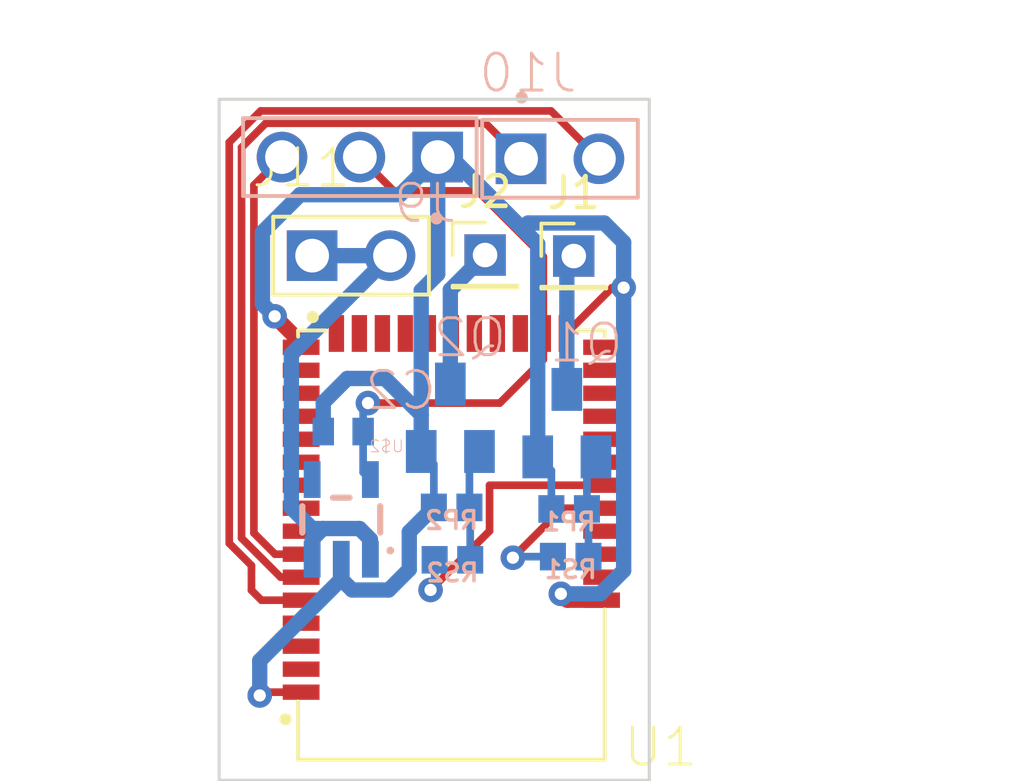
<source format=kicad_pcb>
(kicad_pcb (version 20171130) (host pcbnew 5.1.7-a382d34a8~88~ubuntu20.04.1)

  (general
    (thickness 1.6)
    (drawings 4)
    (tracks 118)
    (zones 0)
    (modules 14)
    (nets 43)
  )

  (page A4)
  (layers
    (0 Top signal)
    (31 Bottom signal)
    (32 B.Adhes user)
    (33 F.Adhes user)
    (34 B.Paste user)
    (35 F.Paste user)
    (36 B.SilkS user)
    (37 F.SilkS user)
    (38 B.Mask user)
    (39 F.Mask user)
    (40 Dwgs.User user)
    (41 Cmts.User user)
    (42 Eco1.User user)
    (43 Eco2.User user)
    (44 Edge.Cuts user)
    (45 Margin user)
    (46 B.CrtYd user)
    (47 F.CrtYd user)
    (48 B.Fab user)
    (49 F.Fab user)
  )

  (setup
    (last_trace_width 0.25)
    (user_trace_width 0.5)
    (trace_clearance 0.1524)
    (zone_clearance 0.508)
    (zone_45_only no)
    (trace_min 0.1524)
    (via_size 0.8)
    (via_drill 0.4)
    (via_min_size 0.4)
    (via_min_drill 0.254)
    (uvia_size 0.3)
    (uvia_drill 0.1)
    (uvias_allowed no)
    (uvia_min_size 0.2)
    (uvia_min_drill 0.1)
    (edge_width 0.05)
    (segment_width 0.2)
    (pcb_text_width 0.3)
    (pcb_text_size 1.5 1.5)
    (mod_edge_width 0.12)
    (mod_text_size 1 1)
    (mod_text_width 0.15)
    (pad_size 1.524 1.524)
    (pad_drill 0.762)
    (pad_to_mask_clearance 0.05)
    (aux_axis_origin 0 0)
    (visible_elements FFFFFF7F)
    (pcbplotparams
      (layerselection 0x010fc_ffffffff)
      (usegerberextensions false)
      (usegerberattributes true)
      (usegerberadvancedattributes true)
      (creategerberjobfile true)
      (excludeedgelayer true)
      (linewidth 0.100000)
      (plotframeref false)
      (viasonmask false)
      (mode 1)
      (useauxorigin false)
      (hpglpennumber 1)
      (hpglpenspeed 20)
      (hpglpendiameter 15.000000)
      (psnegative false)
      (psa4output false)
      (plotreference true)
      (plotvalue true)
      (plotinvisibletext false)
      (padsonsilk false)
      (subtractmaskfromsilk false)
      (outputformat 1)
      (mirror false)
      (drillshape 1)
      (scaleselection 1)
      (outputdirectory ""))
  )

  (net 0 "")
  (net 1 GND)
  (net 2 "Net-(Q1-Pad1)")
  (net 3 /SMA1_SIG)
  (net 4 /SMA1_PWR)
  (net 5 "Net-(Q2-Pad1)")
  (net 6 /SMA2_SIG)
  (net 7 /SMA2_PWR)
  (net 8 "Net-(C2-Pad1)")
  (net 9 "Net-(U$2-Pad4)")
  (net 10 +8V)
  (net 11 "Net-(J9-Pad2)")
  (net 12 "Net-(J9-Pad1)")
  (net 13 "Net-(J10-Pad3)")
  (net 14 "Net-(U1-Pad22)")
  (net 15 "Net-(U1-Pad21)")
  (net 16 "Net-(U1-Pad19)")
  (net 17 "Net-(U1-Pad20)")
  (net 18 "Net-(U1-Pad18)")
  (net 19 "Net-(U1-Pad17)")
  (net 20 "Net-(U1-Pad38)")
  (net 21 "Net-(U1-Pad33)")
  (net 22 "Net-(U1-Pad32)")
  (net 23 "Net-(U1-Pad30)")
  (net 24 "Net-(U1-Pad31)")
  (net 25 "Net-(U1-Pad29)")
  (net 26 "Net-(U1-Pad28)")
  (net 27 "Net-(U1-Pad37)")
  (net 28 "Net-(U1-Pad10)")
  (net 29 "Net-(U1-Pad9)")
  (net 30 "Net-(U1-Pad14)")
  (net 31 "Net-(U1-Pad15)")
  (net 32 "Net-(U1-Pad3)")
  (net 33 "Net-(U1-Pad4)")
  (net 34 "Net-(U1-Pad2)")
  (net 35 "Net-(U1-Pad23)")
  (net 36 "Net-(U1-Pad36)")
  (net 37 "Net-(U1-Pad11)")
  (net 38 "Net-(U1-Pad12)")
  (net 39 "Net-(U1-Pad13)")
  (net 40 "Net-(U1-Pad8)")
  (net 41 "Net-(U1-Pad24)")
  (net 42 "Net-(U1-Pad25)")

  (net_class Default "This is the default net class."
    (clearance 0.1524)
    (trace_width 0.25)
    (via_dia 0.8)
    (via_drill 0.4)
    (uvia_dia 0.3)
    (uvia_drill 0.1)
    (add_net +8V)
    (add_net /SMA1_PWR)
    (add_net /SMA1_SIG)
    (add_net /SMA2_PWR)
    (add_net /SMA2_SIG)
    (add_net GND)
    (add_net "Net-(C2-Pad1)")
    (add_net "Net-(J10-Pad3)")
    (add_net "Net-(J9-Pad1)")
    (add_net "Net-(J9-Pad2)")
    (add_net "Net-(Q1-Pad1)")
    (add_net "Net-(Q2-Pad1)")
    (add_net "Net-(U$2-Pad4)")
    (add_net "Net-(U1-Pad10)")
    (add_net "Net-(U1-Pad11)")
    (add_net "Net-(U1-Pad12)")
    (add_net "Net-(U1-Pad13)")
    (add_net "Net-(U1-Pad14)")
    (add_net "Net-(U1-Pad15)")
    (add_net "Net-(U1-Pad17)")
    (add_net "Net-(U1-Pad18)")
    (add_net "Net-(U1-Pad19)")
    (add_net "Net-(U1-Pad2)")
    (add_net "Net-(U1-Pad20)")
    (add_net "Net-(U1-Pad21)")
    (add_net "Net-(U1-Pad22)")
    (add_net "Net-(U1-Pad23)")
    (add_net "Net-(U1-Pad24)")
    (add_net "Net-(U1-Pad25)")
    (add_net "Net-(U1-Pad28)")
    (add_net "Net-(U1-Pad29)")
    (add_net "Net-(U1-Pad3)")
    (add_net "Net-(U1-Pad30)")
    (add_net "Net-(U1-Pad31)")
    (add_net "Net-(U1-Pad32)")
    (add_net "Net-(U1-Pad33)")
    (add_net "Net-(U1-Pad36)")
    (add_net "Net-(U1-Pad37)")
    (add_net "Net-(U1-Pad38)")
    (add_net "Net-(U1-Pad4)")
    (add_net "Net-(U1-Pad8)")
    (add_net "Net-(U1-Pad9)")
  )

  (module Connector_PinHeader_2.00mm:PinHeader_1x01_P2.00mm_Vertical (layer Top) (tedit 59FED667) (tstamp 6099EE9E)
    (at 150.36292 100.68814)
    (descr "Through hole straight pin header, 1x01, 2.00mm pitch, single row")
    (tags "Through hole pin header THT 1x01 2.00mm single row")
    (path /609A46AD)
    (fp_text reference J2 (at 0 -2.06) (layer F.SilkS)
      (effects (font (size 1 1) (thickness 0.15)))
    )
    (fp_text value Conn_01x01 (at 0 2.06) (layer F.Fab)
      (effects (font (size 1 1) (thickness 0.15)))
    )
    (fp_line (start 1.5 -1.5) (end -1.5 -1.5) (layer F.CrtYd) (width 0.05))
    (fp_line (start 1.5 1.5) (end 1.5 -1.5) (layer F.CrtYd) (width 0.05))
    (fp_line (start -1.5 1.5) (end 1.5 1.5) (layer F.CrtYd) (width 0.05))
    (fp_line (start -1.5 -1.5) (end -1.5 1.5) (layer F.CrtYd) (width 0.05))
    (fp_line (start -1.06 -1.06) (end 0 -1.06) (layer F.SilkS) (width 0.12))
    (fp_line (start -1.06 0) (end -1.06 -1.06) (layer F.SilkS) (width 0.12))
    (fp_line (start -1.06 1) (end 1.06 1) (layer F.SilkS) (width 0.12))
    (fp_line (start 1.06 1) (end 1.06 1.06) (layer F.SilkS) (width 0.12))
    (fp_line (start -1.06 1) (end -1.06 1.06) (layer F.SilkS) (width 0.12))
    (fp_line (start -1.06 1.06) (end 1.06 1.06) (layer F.SilkS) (width 0.12))
    (fp_line (start -1 -0.5) (end -0.5 -1) (layer F.Fab) (width 0.1))
    (fp_line (start -1 1) (end -1 -0.5) (layer F.Fab) (width 0.1))
    (fp_line (start 1 1) (end -1 1) (layer F.Fab) (width 0.1))
    (fp_line (start 1 -1) (end 1 1) (layer F.Fab) (width 0.1))
    (fp_line (start -0.5 -1) (end 1 -1) (layer F.Fab) (width 0.1))
    (fp_text user %R (at 0 0 90) (layer F.Fab)
      (effects (font (size 1 1) (thickness 0.15)))
    )
    (pad 1 thru_hole rect (at 0 0) (size 1.35 1.35) (drill 0.8) (layers *.Cu *.Mask)
      (net 7 /SMA2_PWR))
    (model ${KISYS3DMOD}/Connector_PinHeader_2.00mm.3dshapes/PinHeader_1x01_P2.00mm_Vertical.wrl
      (at (xyz 0 0 0))
      (scale (xyz 1 1 1))
      (rotate (xyz 0 0 0))
    )
  )

  (module Connector_PinHeader_2.00mm:PinHeader_1x01_P2.00mm_Vertical (layer Top) (tedit 59FED667) (tstamp 6099EE89)
    (at 153.25598 100.72116)
    (descr "Through hole straight pin header, 1x01, 2.00mm pitch, single row")
    (tags "Through hole pin header THT 1x01 2.00mm single row")
    (path /609A373A)
    (fp_text reference J1 (at 0 -2.06) (layer F.SilkS)
      (effects (font (size 1 1) (thickness 0.15)))
    )
    (fp_text value Conn_01x01 (at 0 2.06) (layer F.Fab)
      (effects (font (size 1 1) (thickness 0.15)))
    )
    (fp_line (start 1.5 -1.5) (end -1.5 -1.5) (layer F.CrtYd) (width 0.05))
    (fp_line (start 1.5 1.5) (end 1.5 -1.5) (layer F.CrtYd) (width 0.05))
    (fp_line (start -1.5 1.5) (end 1.5 1.5) (layer F.CrtYd) (width 0.05))
    (fp_line (start -1.5 -1.5) (end -1.5 1.5) (layer F.CrtYd) (width 0.05))
    (fp_line (start -1.06 -1.06) (end 0 -1.06) (layer F.SilkS) (width 0.12))
    (fp_line (start -1.06 0) (end -1.06 -1.06) (layer F.SilkS) (width 0.12))
    (fp_line (start -1.06 1) (end 1.06 1) (layer F.SilkS) (width 0.12))
    (fp_line (start 1.06 1) (end 1.06 1.06) (layer F.SilkS) (width 0.12))
    (fp_line (start -1.06 1) (end -1.06 1.06) (layer F.SilkS) (width 0.12))
    (fp_line (start -1.06 1.06) (end 1.06 1.06) (layer F.SilkS) (width 0.12))
    (fp_line (start -1 -0.5) (end -0.5 -1) (layer F.Fab) (width 0.1))
    (fp_line (start -1 1) (end -1 -0.5) (layer F.Fab) (width 0.1))
    (fp_line (start 1 1) (end -1 1) (layer F.Fab) (width 0.1))
    (fp_line (start 1 -1) (end 1 1) (layer F.Fab) (width 0.1))
    (fp_line (start -0.5 -1) (end 1 -1) (layer F.Fab) (width 0.1))
    (fp_text user %R (at 0 0 90) (layer F.Fab)
      (effects (font (size 1 1) (thickness 0.15)))
    )
    (pad 1 thru_hole rect (at 0 0) (size 1.35 1.35) (drill 0.8) (layers *.Cu *.Mask)
      (net 4 /SMA1_PWR))
    (model ${KISYS3DMOD}/Connector_PinHeader_2.00mm.3dshapes/PinHeader_1x01_P2.00mm_Vertical.wrl
      (at (xyz 0 0 0))
      (scale (xyz 1 1 1))
      (rotate (xyz 0 0 0))
    )
  )

  (module "swimming star nrf:61300311121" (layer Bottom) (tedit 0) (tstamp 5F775B2C)
    (at 146.2786 97.49282 180)
    (path /A8F50699)
    (fp_text reference J10 (at -3.809984 2.032003) (layer B.SilkS)
      (effects (font (size 1.2065 1.2065) (thickness 0.09652)) (justify right bottom mirror))
    )
    (fp_text value 61300311121 (at -3.809993 -3.555979) (layer B.Fab)
      (effects (font (size 1.2065 1.2065) (thickness 0.09652)) (justify right bottom mirror))
    )
    (fp_circle (center -2.5 -2) (end -2.4 -2) (layer B.SilkS) (width 0.2))
    (fp_line (start -4.06 -1.52) (end -4.06 1.52) (layer Dwgs.User) (width 0.05))
    (fp_line (start 4.06 -1.52) (end -4.06 -1.52) (layer Dwgs.User) (width 0.05))
    (fp_line (start 4.06 1.52) (end 4.06 -1.52) (layer Dwgs.User) (width 0.05))
    (fp_line (start -4.06 1.52) (end 4.06 1.52) (layer Dwgs.User) (width 0.05))
    (fp_line (start 3.81 1.27) (end -3.81 1.27) (layer B.SilkS) (width 0.127))
    (fp_line (start 3.81 -1.27) (end 3.81 1.27) (layer B.SilkS) (width 0.127))
    (fp_line (start -3.81 -1.27) (end 3.81 -1.27) (layer B.SilkS) (width 0.127))
    (fp_line (start -3.81 1.27) (end -3.81 -1.27) (layer B.SilkS) (width 0.127))
    (fp_line (start 3.81 1.27) (end -3.81 1.27) (layer B.Fab) (width 0.127))
    (fp_line (start 3.81 -1.27) (end 3.81 1.27) (layer B.Fab) (width 0.127))
    (fp_line (start -3.81 -1.27) (end 3.81 -1.27) (layer B.Fab) (width 0.127))
    (fp_line (start -3.81 1.27) (end -3.81 -1.27) (layer B.Fab) (width 0.127))
    (pad 3 thru_hole circle (at 2.54 0 180) (size 1.65 1.65) (drill 1.1) (layers *.Cu *.Mask)
      (net 13 "Net-(J10-Pad3)") (solder_mask_margin 0.1016))
    (pad 2 thru_hole circle (at 0 0 180) (size 1.65 1.65) (drill 1.1) (layers *.Cu *.Mask)
      (net 8 "Net-(C2-Pad1)") (solder_mask_margin 0.1016))
    (pad 1 thru_hole rect (at -2.54 0 180) (size 1.65 1.65) (drill 1.1) (layers *.Cu *.Mask)
      (net 1 GND) (solder_mask_margin 0.1016))
  )

  (module "swimming star nrf:61300211121" (layer Bottom) (tedit 0) (tstamp 5F775B3F)
    (at 152.8064 97.5487)
    (path /5EBF55DB)
    (fp_text reference J9 (at -3.301991 2.159003) (layer B.SilkS)
      (effects (font (size 1.2065 1.2065) (thickness 0.09652)) (justify left bottom mirror))
    )
    (fp_text value 61300211121 (at -3.301994 -3.682991) (layer B.Fab)
      (effects (font (size 1.2065 1.2065) (thickness 0.09652)) (justify left bottom mirror))
    )
    (fp_circle (center -1.25 -2) (end -1.15 -2) (layer B.SilkS) (width 0.2))
    (fp_line (start -2.79 -1.52) (end -2.79 1.52) (layer Dwgs.User) (width 0.05))
    (fp_line (start 2.79 -1.52) (end -2.79 -1.52) (layer Dwgs.User) (width 0.05))
    (fp_line (start 2.79 1.52) (end 2.79 -1.52) (layer Dwgs.User) (width 0.05))
    (fp_line (start -2.79 1.52) (end 2.79 1.52) (layer Dwgs.User) (width 0.05))
    (fp_line (start -2.54 -1.27) (end -2.54 1.27) (layer B.SilkS) (width 0.127))
    (fp_line (start 2.54 -1.27) (end -2.54 -1.27) (layer B.SilkS) (width 0.127))
    (fp_line (start 2.54 1.27) (end 2.54 -1.27) (layer B.SilkS) (width 0.127))
    (fp_line (start -2.54 1.27) (end 2.54 1.27) (layer B.SilkS) (width 0.127))
    (fp_line (start -2.54 -1.27) (end -2.54 1.27) (layer B.Fab) (width 0.127))
    (fp_line (start 2.54 -1.27) (end -2.54 -1.27) (layer B.Fab) (width 0.127))
    (fp_line (start 2.54 1.27) (end 2.54 -1.27) (layer B.Fab) (width 0.127))
    (fp_line (start -2.54 1.27) (end 2.54 1.27) (layer B.Fab) (width 0.127))
    (pad 2 thru_hole circle (at 1.27 0) (size 1.65 1.65) (drill 1.1) (layers *.Cu *.Mask)
      (net 11 "Net-(J9-Pad2)") (solder_mask_margin 0.1016))
    (pad 1 thru_hole rect (at -1.27 0) (size 1.65 1.65) (drill 1.1) (layers *.Cu *.Mask)
      (net 12 "Net-(J9-Pad1)") (solder_mask_margin 0.1016))
  )

  (module "swimming star nrf:SOT23" (layer Bottom) (tedit 0) (tstamp 5F775B51)
    (at 153.02988 106.17182 180)
    (descr <b>SOT-23</b>)
    (path /7A211019)
    (fp_text reference Q1 (at -1.905 1.905) (layer B.SilkS)
      (effects (font (size 1.2065 1.2065) (thickness 0.09652)) (justify left bottom mirror))
    )
    (fp_text value MOSFET-NREFLOW (at -1.905 -3.175) (layer B.Fab)
      (effects (font (size 1.2065 1.2065) (thickness 0.09652)) (justify left bottom mirror))
    )
    (fp_poly (pts (xy -1.1684 -1.2954) (xy -0.7112 -1.2954) (xy -0.7112 -0.7112) (xy -1.1684 -0.7112)) (layer B.Fab) (width 0))
    (fp_poly (pts (xy 0.7112 -1.2954) (xy 1.1684 -1.2954) (xy 1.1684 -0.7112) (xy 0.7112 -0.7112)) (layer B.Fab) (width 0))
    (fp_poly (pts (xy -0.2286 0.7112) (xy 0.2286 0.7112) (xy 0.2286 1.2954) (xy -0.2286 1.2954)) (layer B.Fab) (width 0))
    (fp_line (start -1.4224 0.6604) (end 1.4224 0.6604) (layer B.Fab) (width 0.1524))
    (fp_line (start -1.4224 -0.6604) (end -1.4224 0.6604) (layer B.Fab) (width 0.1524))
    (fp_line (start 1.4224 -0.6604) (end -1.4224 -0.6604) (layer B.Fab) (width 0.1524))
    (fp_line (start 1.4224 0.6604) (end 1.4224 -0.6604) (layer B.Fab) (width 0.1524))
    (pad 1 smd rect (at -0.95 -1.1 180) (size 1 1.4) (layers Bottom B.Paste B.Mask)
      (net 2 "Net-(Q1-Pad1)") (solder_mask_margin 0.1016))
    (pad 2 smd rect (at 0.95 -1.1 180) (size 1 1.4) (layers Bottom B.Paste B.Mask)
      (net 1 GND) (solder_mask_margin 0.1016))
    (pad 3 smd rect (at 0 1.1 180) (size 1 1.4) (layers Bottom B.Paste B.Mask)
      (net 4 /SMA1_PWR) (solder_mask_margin 0.1016))
  )

  (module "swimming star nrf:SOT23" (layer Bottom) (tedit 0) (tstamp 5F775B5E)
    (at 149.23004 105.99656 180)
    (descr <b>SOT-23</b>)
    (path /DA191B3C)
    (fp_text reference Q2 (at -1.905006 1.905) (layer B.SilkS)
      (effects (font (size 1.2065 1.2065) (thickness 0.09652)) (justify left bottom mirror))
    )
    (fp_text value MOSFET-NREFLOW (at -1.905012 -3.175003) (layer B.Fab)
      (effects (font (size 1.2065 1.2065) (thickness 0.09652)) (justify left bottom mirror))
    )
    (fp_poly (pts (xy -1.1684 -1.2954) (xy -0.7112 -1.2954) (xy -0.7112 -0.7112) (xy -1.1684 -0.7112)) (layer B.Fab) (width 0))
    (fp_poly (pts (xy 0.7112 -1.2954) (xy 1.1684 -1.2954) (xy 1.1684 -0.7112) (xy 0.7112 -0.7112)) (layer B.Fab) (width 0))
    (fp_poly (pts (xy -0.2286 0.7112) (xy 0.2286 0.7112) (xy 0.2286 1.2954) (xy -0.2286 1.2954)) (layer B.Fab) (width 0))
    (fp_line (start -1.4224 0.6604) (end 1.4224 0.6604) (layer B.Fab) (width 0.1524))
    (fp_line (start -1.4224 -0.6604) (end -1.4224 0.6604) (layer B.Fab) (width 0.1524))
    (fp_line (start 1.4224 -0.6604) (end -1.4224 -0.6604) (layer B.Fab) (width 0.1524))
    (fp_line (start 1.4224 0.6604) (end 1.4224 -0.6604) (layer B.Fab) (width 0.1524))
    (pad 1 smd rect (at -0.95 -1.1 180) (size 1 1.4) (layers Bottom B.Paste B.Mask)
      (net 5 "Net-(Q2-Pad1)") (solder_mask_margin 0.1016))
    (pad 2 smd rect (at 0.95 -1.1 180) (size 1 1.4) (layers Bottom B.Paste B.Mask)
      (net 1 GND) (solder_mask_margin 0.1016))
    (pad 3 smd rect (at 0 1.1 180) (size 1 1.4) (layers Bottom B.Paste B.Mask)
      (net 7 /SMA2_PWR) (solder_mask_margin 0.1016))
  )

  (module "swimming star nrf:0402" (layer Bottom) (tedit 0) (tstamp 5F775B9F)
    (at 153.15604 110.52556)
    (descr "<p><b>Generic 1005 (0402) package</b></p>\n<p>0.2mm courtyard excess rounded to nearest 0.05mm.</p>")
    (path /8F7980A7)
    (fp_text reference RS1 (at 0 0.761988) (layer B.SilkS)
      (effects (font (size 0.57912 0.57912) (thickness 0.115824)) (justify bottom mirror))
    )
    (fp_text value " " (at 0 -0.761984) (layer B.Fab)
      (effects (font (size 0.57912 0.57912) (thickness 0.115824)) (justify top mirror))
    )
    (fp_poly (pts (xy -0.1999 -0.3) (xy 0.1999 -0.3) (xy 0.1999 0.3) (xy -0.1999 0.3)) (layer B.Adhes) (width 0))
    (fp_poly (pts (xy 0.2588 -0.3048) (xy 0.5588 -0.3048) (xy 0.5588 0.3048) (xy 0.2588 0.3048)) (layer B.Fab) (width 0))
    (fp_poly (pts (xy -0.554 -0.3048) (xy -0.254 -0.3048) (xy -0.254 0.3048) (xy -0.554 0.3048)) (layer B.Fab) (width 0))
    (fp_line (start -1.2 -0.65) (end -1.2 0.65) (layer Dwgs.User) (width 0.0508))
    (fp_line (start 1.2 -0.65) (end -1.2 -0.65) (layer Dwgs.User) (width 0.0508))
    (fp_line (start 1.2 0.65) (end 1.2 -0.65) (layer Dwgs.User) (width 0.0508))
    (fp_line (start -1.2 0.65) (end 1.2 0.65) (layer Dwgs.User) (width 0.0508))
    (fp_line (start 0.2704 -0.2286) (end -0.2704 -0.2286) (layer B.Fab) (width 0.1524))
    (fp_line (start -0.2704 0.2286) (end 0.2704 0.2286) (layer B.Fab) (width 0.1524))
    (pad 2 smd rect (at 0.58 0) (size 0.85 0.9) (layers Bottom B.Paste B.Mask)
      (net 2 "Net-(Q1-Pad1)") (solder_mask_margin 0.1016))
    (pad 1 smd rect (at -0.58 0) (size 0.85 0.9) (layers Bottom B.Paste B.Mask)
      (net 3 /SMA1_SIG) (solder_mask_margin 0.1016))
  )

  (module "swimming star nrf:0402" (layer Bottom) (tedit 0) (tstamp 5F775BD7)
    (at 153.10524 108.97108)
    (descr "<p><b>Generic 1005 (0402) package</b></p>\n<p>0.2mm courtyard excess rounded to nearest 0.05mm.</p>")
    (path /1610ECB8)
    (fp_text reference RP1 (at 0 0.762) (layer B.SilkS)
      (effects (font (size 0.57912 0.57912) (thickness 0.115824)) (justify bottom mirror))
    )
    (fp_text value " " (at 0 -0.761993) (layer B.Fab)
      (effects (font (size 0.57912 0.57912) (thickness 0.115824)) (justify top mirror))
    )
    (fp_poly (pts (xy -0.1999 -0.3) (xy 0.1999 -0.3) (xy 0.1999 0.3) (xy -0.1999 0.3)) (layer B.Adhes) (width 0))
    (fp_poly (pts (xy 0.2588 -0.3048) (xy 0.5588 -0.3048) (xy 0.5588 0.3048) (xy 0.2588 0.3048)) (layer B.Fab) (width 0))
    (fp_poly (pts (xy -0.554 -0.3048) (xy -0.254 -0.3048) (xy -0.254 0.3048) (xy -0.554 0.3048)) (layer B.Fab) (width 0))
    (fp_line (start -1.2 -0.65) (end -1.2 0.65) (layer Dwgs.User) (width 0.0508))
    (fp_line (start 1.2 -0.65) (end -1.2 -0.65) (layer Dwgs.User) (width 0.0508))
    (fp_line (start 1.2 0.65) (end 1.2 -0.65) (layer Dwgs.User) (width 0.0508))
    (fp_line (start -1.2 0.65) (end 1.2 0.65) (layer Dwgs.User) (width 0.0508))
    (fp_line (start 0.2704 -0.2286) (end -0.2704 -0.2286) (layer B.Fab) (width 0.1524))
    (fp_line (start -0.2704 0.2286) (end 0.2704 0.2286) (layer B.Fab) (width 0.1524))
    (pad 2 smd rect (at 0.58 0) (size 0.85 0.9) (layers Bottom B.Paste B.Mask)
      (net 2 "Net-(Q1-Pad1)") (solder_mask_margin 0.1016))
    (pad 1 smd rect (at -0.58 0) (size 0.85 0.9) (layers Bottom B.Paste B.Mask)
      (net 1 GND) (solder_mask_margin 0.1016))
  )

  (module "swimming star nrf:0402" (layer Bottom) (tedit 0) (tstamp 5F775BE5)
    (at 149.29778 110.6297)
    (descr "<p><b>Generic 1005 (0402) package</b></p>\n<p>0.2mm courtyard excess rounded to nearest 0.05mm.</p>")
    (path /FEF5D711)
    (fp_text reference RS2 (at 0 0.762003) (layer B.SilkS)
      (effects (font (size 0.57912 0.57912) (thickness 0.115824)) (justify bottom mirror))
    )
    (fp_text value " " (at 0 -0.761991) (layer B.Fab)
      (effects (font (size 0.57912 0.57912) (thickness 0.115824)) (justify top mirror))
    )
    (fp_poly (pts (xy -0.1999 -0.3) (xy 0.1999 -0.3) (xy 0.1999 0.3) (xy -0.1999 0.3)) (layer B.Adhes) (width 0))
    (fp_poly (pts (xy 0.2588 -0.3048) (xy 0.5588 -0.3048) (xy 0.5588 0.3048) (xy 0.2588 0.3048)) (layer B.Fab) (width 0))
    (fp_poly (pts (xy -0.554 -0.3048) (xy -0.254 -0.3048) (xy -0.254 0.3048) (xy -0.554 0.3048)) (layer B.Fab) (width 0))
    (fp_line (start -1.2 -0.65) (end -1.2 0.65) (layer Dwgs.User) (width 0.0508))
    (fp_line (start 1.2 -0.65) (end -1.2 -0.65) (layer Dwgs.User) (width 0.0508))
    (fp_line (start 1.2 0.65) (end 1.2 -0.65) (layer Dwgs.User) (width 0.0508))
    (fp_line (start -1.2 0.65) (end 1.2 0.65) (layer Dwgs.User) (width 0.0508))
    (fp_line (start 0.2704 -0.2286) (end -0.2704 -0.2286) (layer B.Fab) (width 0.1524))
    (fp_line (start -0.2704 0.2286) (end 0.2704 0.2286) (layer B.Fab) (width 0.1524))
    (pad 2 smd rect (at 0.58 0) (size 0.85 0.9) (layers Bottom B.Paste B.Mask)
      (net 5 "Net-(Q2-Pad1)") (solder_mask_margin 0.1016))
    (pad 1 smd rect (at -0.58 0) (size 0.85 0.9) (layers Bottom B.Paste B.Mask)
      (net 6 /SMA2_SIG) (solder_mask_margin 0.1016))
  )

  (module "swimming star nrf:0402" (layer Bottom) (tedit 0) (tstamp 5F775BF3)
    (at 149.27238 108.92028)
    (descr "<p><b>Generic 1005 (0402) package</b></p>\n<p>0.2mm courtyard excess rounded to nearest 0.05mm.</p>")
    (path /18EBDE11)
    (fp_text reference RP2 (at 0 0.762003) (layer B.SilkS)
      (effects (font (size 0.57912 0.57912) (thickness 0.115824)) (justify bottom mirror))
    )
    (fp_text value " " (at 0 -0.76199) (layer B.Fab)
      (effects (font (size 0.57912 0.57912) (thickness 0.115824)) (justify top mirror))
    )
    (fp_poly (pts (xy -0.1999 -0.3) (xy 0.1999 -0.3) (xy 0.1999 0.3) (xy -0.1999 0.3)) (layer B.Adhes) (width 0))
    (fp_poly (pts (xy 0.2588 -0.3048) (xy 0.5588 -0.3048) (xy 0.5588 0.3048) (xy 0.2588 0.3048)) (layer B.Fab) (width 0))
    (fp_poly (pts (xy -0.554 -0.3048) (xy -0.254 -0.3048) (xy -0.254 0.3048) (xy -0.554 0.3048)) (layer B.Fab) (width 0))
    (fp_line (start -1.2 -0.65) (end -1.2 0.65) (layer Dwgs.User) (width 0.0508))
    (fp_line (start 1.2 -0.65) (end -1.2 -0.65) (layer Dwgs.User) (width 0.0508))
    (fp_line (start 1.2 0.65) (end 1.2 -0.65) (layer Dwgs.User) (width 0.0508))
    (fp_line (start -1.2 0.65) (end 1.2 0.65) (layer Dwgs.User) (width 0.0508))
    (fp_line (start 0.2704 -0.2286) (end -0.2704 -0.2286) (layer B.Fab) (width 0.1524))
    (fp_line (start -0.2704 0.2286) (end 0.2704 0.2286) (layer B.Fab) (width 0.1524))
    (pad 2 smd rect (at 0.58 0) (size 0.85 0.9) (layers Bottom B.Paste B.Mask)
      (net 5 "Net-(Q2-Pad1)") (solder_mask_margin 0.1016))
    (pad 1 smd rect (at -0.58 0) (size 0.85 0.9) (layers Bottom B.Paste B.Mask)
      (net 1 GND) (solder_mask_margin 0.1016))
  )

  (module "swimming star nrf:SOT23-5" (layer Bottom) (tedit 0) (tstamp 5F775C47)
    (at 145.6715 109.31182 180)
    (descr "<b>Small Outline Transistor</b>")
    (path /F2F26A6E)
    (fp_text reference U$2 (at -0.889 2.159) (layer B.SilkS)
      (effects (font (size 0.38608 0.38608) (thickness 0.030886)) (justify right bottom mirror))
    )
    (fp_text value SPX3819M5_3_3 (at -0.9525 -0.1905) (layer B.Fab)
      (effects (font (size 0.38608 0.38608) (thickness 0.030886)) (justify right bottom mirror))
    )
    (fp_circle (center -1.6002 -1.016) (end -1.5367 -1.016) (layer B.SilkS) (width 0.127))
    (fp_poly (pts (xy -1.2 0.85) (xy -0.7 0.85) (xy -0.7 1.5) (xy -1.2 1.5)) (layer B.Fab) (width 0))
    (fp_poly (pts (xy 0.7 0.85) (xy 1.2 0.85) (xy 1.2 1.5) (xy 0.7 1.5)) (layer B.Fab) (width 0))
    (fp_poly (pts (xy 0.7 -1.5) (xy 1.2 -1.5) (xy 1.2 -0.85) (xy 0.7 -0.85)) (layer B.Fab) (width 0))
    (fp_poly (pts (xy -0.25 -1.5) (xy 0.25 -1.5) (xy 0.25 -0.85) (xy -0.25 -0.85)) (layer B.Fab) (width 0))
    (fp_poly (pts (xy -1.2 -1.5) (xy -0.7 -1.5) (xy -0.7 -0.85) (xy -1.2 -0.85)) (layer B.Fab) (width 0))
    (fp_line (start -1.4 0.8) (end -1.4 -0.8) (layer B.Fab) (width 0.1524))
    (fp_line (start 1.4 0.8) (end 1.4 -0.8) (layer B.Fab) (width 0.1524))
    (fp_line (start -0.2684 0.7088) (end 0.2684 0.7088) (layer B.SilkS) (width 0.2032))
    (fp_line (start -1.4 0.8) (end 1.4 0.8) (layer B.Fab) (width 0.1524))
    (fp_line (start -1.27 -0.4294) (end -1.27 0.4294) (layer B.SilkS) (width 0.2032))
    (fp_line (start 1.4 -0.8) (end -1.4 -0.8) (layer B.Fab) (width 0.1524))
    (fp_line (start 1.27 0.4294) (end 1.27 -0.4294) (layer B.SilkS) (width 0.2032))
    (pad 5 smd rect (at -0.95 1.3001 180) (size 0.55 1.2) (layers Bottom B.Paste B.Mask)
      (net 8 "Net-(C2-Pad1)") (solder_mask_margin 0.1016))
    (pad 4 smd rect (at 0.95 1.3001 180) (size 0.55 1.2) (layers Bottom B.Paste B.Mask)
      (net 9 "Net-(U$2-Pad4)") (solder_mask_margin 0.1016))
    (pad 3 smd rect (at 0.95 -1.3001 180) (size 0.55 1.2) (layers Bottom B.Paste B.Mask)
      (net 10 +8V) (solder_mask_margin 0.1016))
    (pad 2 smd rect (at 0 -1.3001 180) (size 0.55 1.2) (layers Bottom B.Paste B.Mask)
      (net 1 GND) (solder_mask_margin 0.1016))
    (pad 1 smd rect (at -0.95 -1.3001 180) (size 0.55 1.2) (layers Bottom B.Paste B.Mask)
      (net 10 +8V) (solder_mask_margin 0.1016))
  )

  (module "swimming star nrf:C0402" (layer Bottom) (tedit 0) (tstamp 5F775C5C)
    (at 145.73528 106.44632 180)
    (descr <b>CAPACITOR</b>)
    (path /733CA19D)
    (fp_text reference C2 (at -0.635 0.635) (layer B.SilkS)
      (effects (font (size 1.2065 1.2065) (thickness 0.09652)) (justify right bottom mirror))
    )
    (fp_text value C-USC0402 (at -0.635 -1.905) (layer B.Fab)
      (effects (font (size 1.2065 1.2065) (thickness 0.09652)) (justify right bottom mirror))
    )
    (fp_poly (pts (xy -0.1999 -0.3) (xy 0.1999 -0.3) (xy 0.1999 0.3) (xy -0.1999 0.3)) (layer B.Adhes) (width 0))
    (fp_poly (pts (xy 0.2588 -0.3048) (xy 0.5588 -0.3048) (xy 0.5588 0.2951) (xy 0.2588 0.2951)) (layer B.Fab) (width 0))
    (fp_poly (pts (xy -0.554 -0.3048) (xy -0.254 -0.3048) (xy -0.254 0.2951) (xy -0.554 0.2951)) (layer B.Fab) (width 0))
    (fp_line (start -1.473 -0.483) (end -1.473 0.483) (layer Dwgs.User) (width 0.0508))
    (fp_line (start 1.473 -0.483) (end -1.473 -0.483) (layer Dwgs.User) (width 0.0508))
    (fp_line (start 1.473 0.483) (end 1.473 -0.483) (layer Dwgs.User) (width 0.0508))
    (fp_line (start -1.473 0.483) (end 1.473 0.483) (layer Dwgs.User) (width 0.0508))
    (fp_line (start 0.245 -0.224) (end -0.245 -0.224) (layer B.Fab) (width 0.1524))
    (fp_line (start -0.245 0.224) (end 0.245 0.224) (layer B.Fab) (width 0.1524))
    (pad 2 smd rect (at 0.65 0 180) (size 0.7 0.9) (layers Bottom B.Paste B.Mask)
      (net 1 GND) (solder_mask_margin 0.1016))
    (pad 1 smd rect (at -0.65 0 180) (size 0.7 0.9) (layers Bottom B.Paste B.Mask)
      (net 8 "Net-(C2-Pad1)") (solder_mask_margin 0.1016))
  )

  (module "swimming star nrf:61300211121" (layer Top) (tedit 0) (tstamp 5F775CBC)
    (at 145.99158 100.70846)
    (path /7CAC28DC)
    (fp_text reference J11 (at -3.302 -2.159) (layer F.SilkS)
      (effects (font (size 1.2065 1.2065) (thickness 0.09652)) (justify left bottom))
    )
    (fp_text value 61300211121 (at -3.302 3.683) (layer F.Fab)
      (effects (font (size 1.2065 1.2065) (thickness 0.09652)) (justify left bottom))
    )
    (fp_circle (center -1.25 2) (end -1.15 2) (layer F.SilkS) (width 0.2))
    (fp_line (start -2.79 1.52) (end -2.79 -1.52) (layer Dwgs.User) (width 0.05))
    (fp_line (start 2.79 1.52) (end -2.79 1.52) (layer Dwgs.User) (width 0.05))
    (fp_line (start 2.79 -1.52) (end 2.79 1.52) (layer Dwgs.User) (width 0.05))
    (fp_line (start -2.79 -1.52) (end 2.79 -1.52) (layer Dwgs.User) (width 0.05))
    (fp_line (start -2.54 1.27) (end -2.54 -1.27) (layer F.SilkS) (width 0.127))
    (fp_line (start 2.54 1.27) (end -2.54 1.27) (layer F.SilkS) (width 0.127))
    (fp_line (start 2.54 -1.27) (end 2.54 1.27) (layer F.SilkS) (width 0.127))
    (fp_line (start -2.54 -1.27) (end 2.54 -1.27) (layer F.SilkS) (width 0.127))
    (fp_line (start -2.54 1.27) (end -2.54 -1.27) (layer F.Fab) (width 0.127))
    (fp_line (start 2.54 1.27) (end -2.54 1.27) (layer F.Fab) (width 0.127))
    (fp_line (start 2.54 -1.27) (end 2.54 1.27) (layer F.Fab) (width 0.127))
    (fp_line (start -2.54 -1.27) (end 2.54 -1.27) (layer F.Fab) (width 0.127))
    (pad 2 thru_hole circle (at 1.27 0) (size 1.65 1.65) (drill 1.1) (layers *.Cu *.Mask)
      (net 10 +8V) (solder_mask_margin 0.1016))
    (pad 1 thru_hole rect (at -1.27 0) (size 1.65 1.65) (drill 1.1) (layers *.Cu *.Mask)
      (net 10 +8V) (solder_mask_margin 0.1016))
  )

  (module "swimming star nrf:XCVR_BL652-SA-01" (layer Top) (tedit 0) (tstamp 5F775CCE)
    (at 149.2631 110.1471 180)
    (path /F9562130)
    (fp_text reference U1 (at -5.555868 -7.295959) (layer F.SilkS)
      (effects (font (size 1.208646 1.208646) (thickness 0.096691)) (justify left bottom))
    )
    (fp_text value BL652-SA-01 (at -5.524768 9.066468) (layer F.Fab)
      (effects (font (size 1.207764 1.207764) (thickness 0.096621)) (justify left bottom))
    )
    (fp_poly (pts (xy -5.005609 -2.10235) (xy 4.2 -2.10235) (xy 4.2 -7) (xy -5.005609 -7)) (layer Dwgs.User) (width 0))
    (fp_poly (pts (xy -5.0035 -2.101468) (xy 4.2 -2.101468) (xy 4.2 -7) (xy -5.0035 -7)) (layer Dwgs.User) (width 0))
    (fp_line (start -5.5 7.75) (end -5.5 -7.25) (layer Dwgs.User) (width 0.05))
    (fp_line (start 5.75 7.75) (end -5.5 7.75) (layer Dwgs.User) (width 0.05))
    (fp_line (start 5.75 -7.25) (end 5.75 7.75) (layer Dwgs.User) (width 0.05))
    (fp_line (start -5.5 -7.25) (end 5.75 -7.25) (layer Dwgs.User) (width 0.05))
    (fp_line (start -5 -7) (end 5 -7) (layer F.Fab) (width 0.127))
    (fp_line (start -5 -2.1) (end -5 -7) (layer F.SilkS) (width 0.127))
    (fp_line (start 5 -5.1) (end 5 -7) (layer F.SilkS) (width 0.127))
    (fp_line (start -5 7) (end -4.1 7) (layer F.SilkS) (width 0.127))
    (fp_line (start -5 6.8) (end -5 7) (layer F.SilkS) (width 0.127))
    (fp_line (start 5 7) (end 4.1 7) (layer F.SilkS) (width 0.127))
    (fp_line (start 5 6.8) (end 5 7) (layer F.SilkS) (width 0.127))
    (fp_poly (pts (xy -5.003618 -2.101518) (xy 4.2 -2.101518) (xy 4.2 -7) (xy -5.003618 -7)) (layer Dwgs.User) (width 0))
    (fp_circle (center 5.409 -5.686) (end 5.509 -5.686) (layer F.SilkS) (width 0.2))
    (fp_line (start -5 -7) (end -5 7) (layer F.Fab) (width 0.127))
    (fp_line (start 5 7) (end -5 7) (layer F.Fab) (width 0.127))
    (fp_line (start 5 -7) (end 5 7) (layer F.Fab) (width 0.127))
    (fp_line (start 5 -7) (end -5 -7) (layer F.SilkS) (width 0.127))
    (pad 27 smd rect (at -3.75 6.9 270) (size 1.2 0.5) (layers Top F.Paste F.Mask)
      (net 1 GND) (solder_mask_margin 0.1016))
    (pad 22 smd rect (at 0 6.9 270) (size 1.2 0.5) (layers Top F.Paste F.Mask)
      (net 14 "Net-(U1-Pad22)") (solder_mask_margin 0.1016))
    (pad 21 smd rect (at 0.75 6.9 270) (size 1.2 0.5) (layers Top F.Paste F.Mask)
      (net 15 "Net-(U1-Pad21)") (solder_mask_margin 0.1016))
    (pad 23 smd rect (at -0.75 6.9 270) (size 1.2 0.5) (layers Top F.Paste F.Mask)
      (net 35 "Net-(U1-Pad23)") (solder_mask_margin 0.1016))
    (pad 24 smd rect (at -1.5 6.9 270) (size 1.2 0.5) (layers Top F.Paste F.Mask)
      (net 41 "Net-(U1-Pad24)") (solder_mask_margin 0.1016))
    (pad 19 smd rect (at 2.25 6.9 270) (size 1.2 0.5) (layers Top F.Paste F.Mask)
      (net 16 "Net-(U1-Pad19)") (solder_mask_margin 0.1016))
    (pad 20 smd rect (at 1.5 6.9 270) (size 1.2 0.5) (layers Top F.Paste F.Mask)
      (net 17 "Net-(U1-Pad20)") (solder_mask_margin 0.1016))
    (pad 18 smd rect (at 3 6.9 270) (size 1.2 0.5) (layers Top F.Paste F.Mask)
      (net 18 "Net-(U1-Pad18)") (solder_mask_margin 0.1016))
    (pad 17 smd rect (at 3.75 6.9 270) (size 1.2 0.5) (layers Top F.Paste F.Mask)
      (net 19 "Net-(U1-Pad17)") (solder_mask_margin 0.1016))
    (pad 26 smd rect (at -3 6.9 270) (size 1.2 0.5) (layers Top F.Paste F.Mask)
      (net 8 "Net-(C2-Pad1)") (solder_mask_margin 0.1016))
    (pad 25 smd rect (at -2.25 6.9 270) (size 1.2 0.5) (layers Top F.Paste F.Mask)
      (net 42 "Net-(U1-Pad25)") (solder_mask_margin 0.1016))
    (pad 39 smd rect (at -4.9 -1.8 180) (size 1.2 0.5) (layers Top F.Paste F.Mask)
      (net 1 GND) (solder_mask_margin 0.1016))
    (pad 38 smd rect (at -4.9 -1.05 180) (size 1.2 0.5) (layers Top F.Paste F.Mask)
      (net 20 "Net-(U1-Pad38)") (solder_mask_margin 0.1016))
    (pad 33 smd rect (at -4.9 2.7 180) (size 1.2 0.5) (layers Top F.Paste F.Mask)
      (net 21 "Net-(U1-Pad33)") (solder_mask_margin 0.1016))
    (pad 32 smd rect (at -4.9 3.45 180) (size 1.2 0.5) (layers Top F.Paste F.Mask)
      (net 22 "Net-(U1-Pad32)") (solder_mask_margin 0.1016))
    (pad 34 smd rect (at -4.9 1.95 180) (size 1.2 0.5) (layers Top F.Paste F.Mask)
      (net 6 /SMA2_SIG) (solder_mask_margin 0.1016))
    (pad 35 smd rect (at -4.9 1.2 180) (size 1.2 0.5) (layers Top F.Paste F.Mask)
      (net 3 /SMA1_SIG) (solder_mask_margin 0.1016))
    (pad 30 smd rect (at -4.9 4.95 180) (size 1.2 0.5) (layers Top F.Paste F.Mask)
      (net 23 "Net-(U1-Pad30)") (solder_mask_margin 0.1016))
    (pad 31 smd rect (at -4.9 4.2 180) (size 1.2 0.5) (layers Top F.Paste F.Mask)
      (net 24 "Net-(U1-Pad31)") (solder_mask_margin 0.1016))
    (pad 29 smd rect (at -4.9 5.7 180) (size 1.2 0.5) (layers Top F.Paste F.Mask)
      (net 25 "Net-(U1-Pad29)") (solder_mask_margin 0.1016))
    (pad 28 smd rect (at -4.9 6.45 180) (size 1.2 0.5) (layers Top F.Paste F.Mask)
      (net 26 "Net-(U1-Pad28)") (solder_mask_margin 0.1016))
    (pad 37 smd rect (at -4.9 -0.3 180) (size 1.2 0.5) (layers Top F.Paste F.Mask)
      (net 27 "Net-(U1-Pad37)") (solder_mask_margin 0.1016))
    (pad 36 smd rect (at -4.9 0.45 180) (size 1.2 0.5) (layers Top F.Paste F.Mask)
      (net 36 "Net-(U1-Pad36)") (solder_mask_margin 0.1016))
    (pad 11 smd rect (at 4.9 2.7 180) (size 1.2 0.5) (layers Top F.Paste F.Mask)
      (net 37 "Net-(U1-Pad11)") (solder_mask_margin 0.1016))
    (pad 12 smd rect (at 4.9 3.45 180) (size 1.2 0.5) (layers Top F.Paste F.Mask)
      (net 38 "Net-(U1-Pad12)") (solder_mask_margin 0.1016))
    (pad 10 smd rect (at 4.9 1.95 180) (size 1.2 0.5) (layers Top F.Paste F.Mask)
      (net 28 "Net-(U1-Pad10)") (solder_mask_margin 0.1016))
    (pad 9 smd rect (at 4.9 1.2 180) (size 1.2 0.5) (layers Top F.Paste F.Mask)
      (net 29 "Net-(U1-Pad9)") (solder_mask_margin 0.1016))
    (pad 14 smd rect (at 4.9 4.95 180) (size 1.2 0.5) (layers Top F.Paste F.Mask)
      (net 30 "Net-(U1-Pad14)") (solder_mask_margin 0.1016))
    (pad 13 smd rect (at 4.9 4.2 180) (size 1.2 0.5) (layers Top F.Paste F.Mask)
      (net 39 "Net-(U1-Pad13)") (solder_mask_margin 0.1016))
    (pad 15 smd rect (at 4.9 5.7 180) (size 1.2 0.5) (layers Top F.Paste F.Mask)
      (net 31 "Net-(U1-Pad15)") (solder_mask_margin 0.1016))
    (pad 16 smd rect (at 4.9 6.45 180) (size 1.2 0.5) (layers Top F.Paste F.Mask)
      (net 1 GND) (solder_mask_margin 0.1016))
    (pad 6 smd rect (at 4.9 -1.05 180) (size 1.2 0.5) (layers Top F.Paste F.Mask)
      (net 12 "Net-(J9-Pad1)") (solder_mask_margin 0.1016))
    (pad 5 smd rect (at 4.9 -1.8 180) (size 1.2 0.5) (layers Top F.Paste F.Mask)
      (net 11 "Net-(J9-Pad2)") (solder_mask_margin 0.1016))
    (pad 7 smd rect (at 4.9 -0.3 180) (size 1.2 0.5) (layers Top F.Paste F.Mask)
      (net 13 "Net-(J10-Pad3)") (solder_mask_margin 0.1016))
    (pad 8 smd rect (at 4.9 0.45 180) (size 1.2 0.5) (layers Top F.Paste F.Mask)
      (net 40 "Net-(U1-Pad8)") (solder_mask_margin 0.1016))
    (pad 3 smd rect (at 4.9 -3.3 180) (size 1.2 0.5) (layers Top F.Paste F.Mask)
      (net 32 "Net-(U1-Pad3)") (solder_mask_margin 0.1016))
    (pad 4 smd rect (at 4.9 -2.55 180) (size 1.2 0.5) (layers Top F.Paste F.Mask)
      (net 33 "Net-(U1-Pad4)") (solder_mask_margin 0.1016))
    (pad 2 smd rect (at 4.9 -4.05 180) (size 1.2 0.5) (layers Top F.Paste F.Mask)
      (net 34 "Net-(U1-Pad2)") (solder_mask_margin 0.1016))
    (pad 1 smd rect (at 4.9 -4.8 180) (size 1.2 0.5) (layers Top F.Paste F.Mask)
      (net 1 GND) (solder_mask_margin 0.1016))
  )

  (gr_line (start 155.71978 95.60814) (end 155.71978 117.8179) (layer Edge.Cuts) (width 0.1))
  (gr_line (start 141.68882 95.60814) (end 155.71978 95.60814) (layer Edge.Cuts) (width 0.1))
  (gr_line (start 141.68882 117.8179) (end 141.68882 95.60814) (layer Edge.Cuts) (width 0.1))
  (gr_line (start 155.71978 117.8179) (end 141.68882 117.8179) (layer Edge.Cuts) (width 0.1))

  (via (at 152.83434 111.73968) (size 0.8) (drill 0.4) (layers Top Bottom) (net 1))
  (segment (start 152.52524 107.71718) (end 152.07988 107.27182) (width 0.25) (layer Bottom) (net 1))
  (segment (start 152.52524 108.97108) (end 152.52524 107.71718) (width 0.25) (layer Bottom) (net 1))
  (segment (start 148.69238 107.5089) (end 148.28004 107.09656) (width 0.25) (layer Bottom) (net 1))
  (segment (start 148.69238 108.92028) (end 148.69238 107.5089) (width 0.25) (layer Bottom) (net 1))
  (segment (start 145.6715 110.61192) (end 145.6715 111.261242) (width 0.5) (layer Bottom) (net 1))
  (segment (start 143.01216 113.920582) (end 143.01216 115.05438) (width 0.5) (layer Bottom) (net 1))
  (segment (start 143.01216 115.05438) (end 143.01216 114.99596) (width 0.5) (layer Bottom) (net 1) (tstamp 6099FF47))
  (via (at 143.01216 115.05438) (size 0.8) (drill 0.4) (layers Top Bottom) (net 1))
  (segment (start 145.6715 111.261242) (end 143.716531 113.216211) (width 0.5) (layer Bottom) (net 1))
  (segment (start 143.716531 113.216211) (end 143.01216 113.920582) (width 0.5) (layer Bottom) (net 1))
  (segment (start 148.28004 105.89656) (end 148.28004 107.09656) (width 0.5) (layer Bottom) (net 1))
  (segment (start 147.977399 105.593919) (end 148.28004 105.89656) (width 0.5) (layer Bottom) (net 1))
  (segment (start 145.08528 106.44632) (end 145.08528 106.221998) (width 0.5) (layer Bottom) (net 1))
  (via (at 143.49984 102.68712) (size 0.8) (drill 0.4) (layers Top Bottom) (net 1))
  (segment (start 144.3631 103.55038) (end 143.49984 102.68712) (width 0.5) (layer Top) (net 1))
  (segment (start 144.3631 103.6971) (end 144.3631 103.55038) (width 0.5) (layer Top) (net 1))
  (segment (start 147.890379 109.722281) (end 148.69238 108.92028) (width 0.5) (layer Bottom) (net 1))
  (segment (start 147.890379 110.942363) (end 147.890379 109.722281) (width 0.5) (layer Bottom) (net 1))
  (segment (start 147.218421 111.614321) (end 147.890379 110.942363) (width 0.5) (layer Bottom) (net 1))
  (segment (start 146.024579 111.614321) (end 147.218421 111.614321) (width 0.5) (layer Bottom) (net 1))
  (segment (start 145.6715 111.261242) (end 146.024579 111.614321) (width 0.5) (layer Bottom) (net 1))
  (segment (start 148.28004 101.848373) (end 148.28004 105.89656) (width 0.5) (layer Bottom) (net 1))
  (segment (start 148.8186 101.309813) (end 148.28004 101.848373) (width 0.5) (layer Bottom) (net 1))
  (segment (start 148.8186 97.49282) (end 148.8186 101.309813) (width 0.5) (layer Bottom) (net 1))
  (segment (start 152.07988 100.330778) (end 152.07988 107.27182) (width 0.5) (layer Bottom) (net 1))
  (segment (start 148.8186 97.49282) (end 149.241922 97.49282) (width 0.5) (layer Bottom) (net 1))
  (segment (start 147.591199 98.720221) (end 148.8186 97.49282) (width 0.5) (layer Bottom) (net 1))
  (segment (start 144.327753 98.720221) (end 147.591199 98.720221) (width 0.5) (layer Bottom) (net 1))
  (segment (start 143.099841 99.948133) (end 144.327753 98.720221) (width 0.5) (layer Bottom) (net 1))
  (segment (start 143.099841 102.287121) (end 143.099841 99.948133) (width 0.5) (layer Bottom) (net 1))
  (segment (start 143.49984 102.68712) (end 143.099841 102.287121) (width 0.5) (layer Bottom) (net 1))
  (segment (start 153.04176 111.9471) (end 152.83434 111.73968) (width 0.5) (layer Top) (net 1))
  (segment (start 154.1631 111.9471) (end 153.04176 111.9471) (width 0.5) (layer Top) (net 1))
  (segment (start 151.765441 99.643759) (end 151.579151 99.830049) (width 0.5) (layer Bottom) (net 1))
  (segment (start 154.252901 99.643759) (end 151.765441 99.643759) (width 0.5) (layer Bottom) (net 1))
  (segment (start 154.882281 100.273139) (end 154.252901 99.643759) (width 0.5) (layer Bottom) (net 1))
  (segment (start 154.882281 110.978641) (end 154.882281 101.751699) (width 0.5) (layer Bottom) (net 1))
  (segment (start 154.121242 111.73968) (end 154.882281 110.978641) (width 0.5) (layer Bottom) (net 1))
  (segment (start 152.83434 111.73968) (end 154.121242 111.73968) (width 0.5) (layer Bottom) (net 1))
  (segment (start 151.579151 99.830049) (end 152.07988 100.330778) (width 0.5) (layer Bottom) (net 1))
  (segment (start 149.241922 97.49282) (end 151.579151 99.830049) (width 0.5) (layer Bottom) (net 1))
  (segment (start 147.097759 104.714279) (end 147.977399 105.593919) (width 0.5) (layer Bottom) (net 1))
  (segment (start 145.867321 104.714279) (end 147.097759 104.714279) (width 0.5) (layer Bottom) (net 1))
  (segment (start 145.08528 105.49632) (end 145.867321 104.714279) (width 0.5) (layer Bottom) (net 1))
  (segment (start 145.08528 106.44632) (end 145.08528 105.49632) (width 0.5) (layer Bottom) (net 1))
  (segment (start 154.882281 101.751699) (end 154.882281 100.273139) (width 0.5) (layer Bottom) (net 1) (tstamp 6099FFF0))
  (via (at 154.882281 101.751699) (size 0.8) (drill 0.4) (layers Top Bottom) (net 1))
  (segment (start 154.508501 101.751699) (end 154.882281 101.751699) (width 0.25) (layer Top) (net 1))
  (segment (start 153.0131 103.2471) (end 154.508501 101.751699) (width 0.25) (layer Top) (net 1))
  (segment (start 143.11944 114.9471) (end 143.01216 115.05438) (width 0.25) (layer Top) (net 1))
  (segment (start 144.3631 114.9471) (end 143.11944 114.9471) (width 0.25) (layer Top) (net 1))
  (segment (start 153.73604 109.02188) (end 153.68524 108.97108) (width 0.25) (layer Bottom) (net 2))
  (segment (start 153.73604 110.52556) (end 153.73604 109.02188) (width 0.25) (layer Bottom) (net 2))
  (segment (start 153.68524 107.56646) (end 153.97988 107.27182) (width 0.25) (layer Bottom) (net 2))
  (segment (start 153.68524 108.97108) (end 153.68524 107.56646) (width 0.25) (layer Bottom) (net 2))
  (segment (start 154.1631 108.9471) (end 152.88372 108.9471) (width 0.25) (layer Top) (net 3))
  (segment (start 152.88372 108.9471) (end 151.2697 110.56112) (width 0.25) (layer Top) (net 3))
  (segment (start 151.2697 110.56112) (end 151.2697 110.56112) (width 0.25) (layer Top) (net 3) (tstamp 6099FF41))
  (via (at 151.2697 110.56112) (size 0.8) (drill 0.4) (layers Top Bottom) (net 3))
  (segment (start 151.30526 110.52556) (end 151.2697 110.56112) (width 0.25) (layer Bottom) (net 3))
  (segment (start 152.57604 110.52556) (end 151.30526 110.52556) (width 0.25) (layer Bottom) (net 3))
  (segment (start 153.02988 100.94726) (end 153.25598 100.72116) (width 0.5) (layer Bottom) (net 4))
  (segment (start 153.02988 105.07182) (end 153.02988 100.94726) (width 0.5) (layer Bottom) (net 4))
  (segment (start 149.87778 108.94568) (end 149.85238 108.92028) (width 0.25) (layer Bottom) (net 5))
  (segment (start 149.87778 110.6297) (end 149.87778 108.94568) (width 0.25) (layer Bottom) (net 5))
  (segment (start 149.85238 107.42422) (end 150.18004 107.09656) (width 0.25) (layer Bottom) (net 5))
  (segment (start 149.85238 108.92028) (end 149.85238 107.42422) (width 0.25) (layer Bottom) (net 5))
  (segment (start 154.1631 108.1971) (end 150.50952 108.1971) (width 0.25) (layer Top) (net 6))
  (via (at 148.58492 111.61268) (size 0.8) (drill 0.4) (layers Top Bottom) (net 6))
  (segment (start 150.50952 109.68808) (end 148.58492 111.61268) (width 0.25) (layer Top) (net 6))
  (segment (start 150.50952 108.1971) (end 150.50952 109.68808) (width 0.25) (layer Top) (net 6))
  (segment (start 148.71778 111.47982) (end 148.58492 111.61268) (width 0.25) (layer Bottom) (net 6))
  (segment (start 148.71778 110.6297) (end 148.71778 111.47982) (width 0.25) (layer Bottom) (net 6))
  (segment (start 149.23004 101.82102) (end 150.36292 100.68814) (width 0.5) (layer Bottom) (net 7))
  (segment (start 149.23004 104.89656) (end 149.23004 101.82102) (width 0.5) (layer Bottom) (net 7))
  (segment (start 152.2631 100.738998) (end 152.2631 103.2471) (width 0.25) (layer Top) (net 8))
  (segment (start 150.119323 98.595221) (end 152.2631 100.738998) (width 0.25) (layer Top) (net 8))
  (segment (start 147.381001 98.595221) (end 150.119323 98.595221) (width 0.25) (layer Top) (net 8))
  (segment (start 146.2786 97.49282) (end 147.381001 98.595221) (width 0.25) (layer Top) (net 8))
  (segment (start 146.38528 106.44632) (end 146.38528 105.67416) (width 0.25) (layer Bottom) (net 8))
  (segment (start 146.38528 105.67416) (end 146.54276 105.51668) (width 0.25) (layer Bottom) (net 8))
  (segment (start 146.54276 105.51668) (end 146.54276 105.51668) (width 0.25) (layer Bottom) (net 8) (tstamp 6099FFEE))
  (via (at 146.54276 105.51668) (size 0.8) (drill 0.4) (layers Top Bottom) (net 8))
  (segment (start 152.2631 104.0971) (end 152.2631 103.2471) (width 0.25) (layer Top) (net 8))
  (segment (start 150.84352 105.51668) (end 152.2631 104.0971) (width 0.25) (layer Top) (net 8))
  (segment (start 146.54276 105.51668) (end 150.84352 105.51668) (width 0.25) (layer Top) (net 8))
  (segment (start 146.38528 107.7755) (end 146.6215 108.01172) (width 0.25) (layer Bottom) (net 8))
  (segment (start 146.38528 106.44632) (end 146.38528 107.7755) (width 0.25) (layer Bottom) (net 8))
  (segment (start 146.6215 109.962598) (end 146.6215 110.61192) (width 0.5) (layer Bottom) (net 10))
  (segment (start 146.268421 109.609519) (end 146.6215 109.962598) (width 0.5) (layer Bottom) (net 10))
  (segment (start 145.074579 109.609519) (end 146.268421 109.609519) (width 0.5) (layer Bottom) (net 10))
  (segment (start 144.7215 109.962598) (end 145.074579 109.609519) (width 0.5) (layer Bottom) (net 10))
  (segment (start 144.7215 110.61192) (end 144.7215 109.962598) (width 0.5) (layer Bottom) (net 10))
  (segment (start 144.044099 103.925941) (end 147.26158 100.70846) (width 0.5) (layer Bottom) (net 10))
  (segment (start 144.044099 108.933641) (end 144.044099 103.925941) (width 0.5) (layer Bottom) (net 10))
  (segment (start 144.719977 109.609519) (end 144.044099 108.933641) (width 0.5) (layer Bottom) (net 10))
  (segment (start 145.074579 109.609519) (end 144.719977 109.609519) (width 0.5) (layer Bottom) (net 10))
  (segment (start 147.26158 100.70846) (end 144.72158 100.70846) (width 0.5) (layer Bottom) (net 10))
  (segment (start 142.74292 110.815105) (end 142.74292 111.62284) (width 0.25) (layer Top) (net 11))
  (segment (start 142.017619 110.089804) (end 142.74292 110.815105) (width 0.25) (layer Top) (net 11))
  (segment (start 142.017619 97.013154) (end 142.017619 110.089804) (width 0.25) (layer Top) (net 11))
  (segment (start 142.74292 111.62284) (end 143.06718 111.9471) (width 0.25) (layer Top) (net 11))
  (segment (start 143.042764 95.988009) (end 142.017619 97.013154) (width 0.25) (layer Top) (net 11))
  (segment (start 152.515709 95.988009) (end 143.042764 95.988009) (width 0.25) (layer Top) (net 11))
  (segment (start 143.06718 111.9471) (end 144.3631 111.9471) (width 0.25) (layer Top) (net 11))
  (segment (start 154.0764 97.5487) (end 152.515709 95.988009) (width 0.25) (layer Top) (net 11))
  (segment (start 143.694007 111.1971) (end 144.3631 111.1971) (width 0.25) (layer Top) (net 12))
  (segment (start 142.420029 109.923122) (end 143.694007 111.1971) (width 0.25) (layer Top) (net 12))
  (segment (start 142.420029 97.179837) (end 142.420029 109.923122) (width 0.25) (layer Top) (net 12))
  (segment (start 143.209447 96.390419) (end 142.420029 97.179837) (width 0.25) (layer Top) (net 12))
  (segment (start 150.378119 96.390419) (end 143.209447 96.390419) (width 0.25) (layer Top) (net 12))
  (segment (start 151.5364 97.5487) (end 150.378119 96.390419) (width 0.25) (layer Top) (net 12))
  (segment (start 143.78686 97.5487) (end 143.494179 97.841381) (width 0.5) (layer Bottom) (net 13))
  (segment (start 143.5131 110.4471) (end 144.3631 110.4471) (width 0.25) (layer Top) (net 13))
  (segment (start 142.822439 109.756439) (end 143.5131 110.4471) (width 0.25) (layer Top) (net 13))
  (segment (start 142.822439 98.408981) (end 142.822439 109.756439) (width 0.25) (layer Top) (net 13))
  (segment (start 143.7386 97.49282) (end 142.822439 98.408981) (width 0.25) (layer Top) (net 13))

)

</source>
